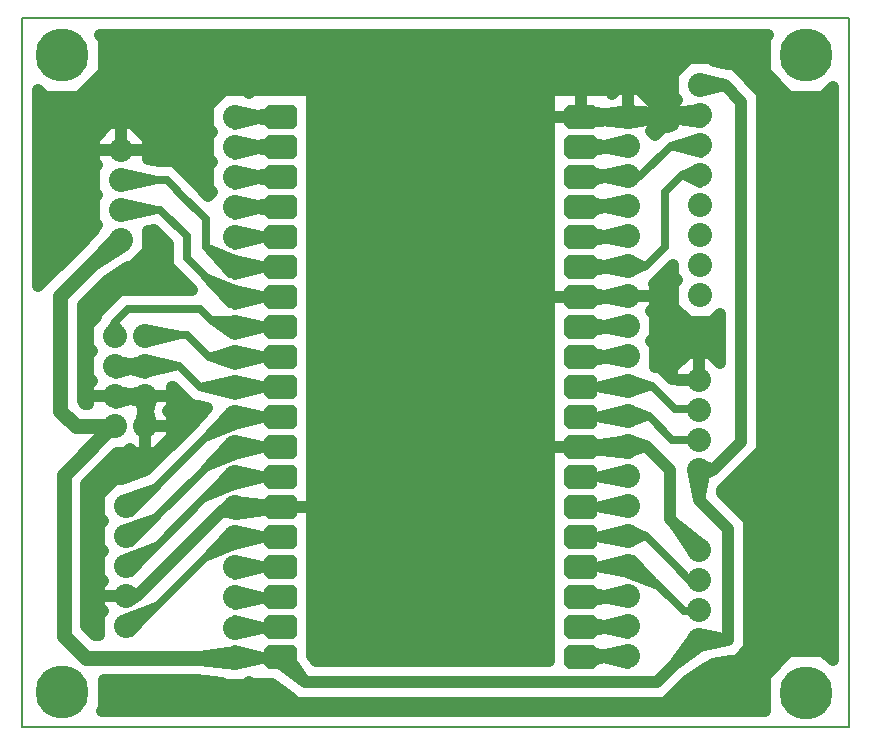
<source format=gbr>
G04 PROTEUS RS274X GERBER FILE*
%FSLAX45Y45*%
%MOMM*%
G01*
%ADD14C,0.635000*%
%ADD15C,1.016000*%
%ADD16C,1.270000*%
%ADD17C,0.762000*%
%AMDIL000*
4,1,8,
-1.397000,0.711200,-1.092200,1.016000,1.092200,1.016000,1.397000,0.711200,1.397000,-0.711200,
1.092200,-1.016000,-1.092200,-1.016000,-1.397000,-0.711200,-1.397000,0.711200,
0*%
%ADD10DIL000*%
%ADD11C,2.032000*%
%ADD12C,4.500000*%
%ADD13C,0.203200*%
G36*
X-1307623Y+1658179D02*
X-1307623Y+1728029D01*
X-1612423Y+1658179D01*
X-1307623Y+1588329D01*
X-1307623Y+1658179D01*
G37*
G36*
X-1307623Y+1404179D02*
X-1307623Y+1474029D01*
X-1612423Y+1404179D01*
X-1307623Y+1334329D01*
X-1307623Y+1404179D01*
G37*
G36*
X-1307623Y-2405821D02*
X-1344563Y-2440692D01*
X-1105372Y-2620072D01*
X-1270683Y-2370950D01*
X-1307623Y-2405821D01*
G37*
G36*
X+1232377Y-2405821D02*
X+1233293Y-2475664D01*
X+1537150Y-2401821D01*
X+1231461Y-2335978D01*
X+1232377Y-2405821D01*
G37*
G36*
X+1232377Y+134179D02*
X+1232377Y+64329D01*
X+1537177Y+134179D01*
X+1232377Y+204029D01*
X+1232377Y+134179D01*
G37*
G36*
X+1232377Y+388179D02*
X+1232377Y+318329D01*
X+1537177Y+388179D01*
X+1232377Y+458029D01*
X+1232377Y+388179D01*
G37*
G36*
X+1232377Y+642179D02*
X+1232377Y+572329D01*
X+1537177Y+642179D01*
X+1232377Y+712029D01*
X+1232377Y+642179D01*
G37*
G36*
X+1232377Y+896179D02*
X+1232377Y+826329D01*
X+1537177Y+896179D01*
X+1232377Y+966029D01*
X+1232377Y+896179D01*
G37*
G36*
X+1232377Y+1150179D02*
X+1232377Y+1080329D01*
X+1537177Y+1150179D01*
X+1232377Y+1220029D01*
X+1232377Y+1150179D01*
G37*
G36*
X+1232377Y+1404179D02*
X+1233522Y+1334339D01*
X+1537135Y+1409179D01*
X+1231232Y+1474019D01*
X+1232377Y+1404179D01*
G37*
G36*
X+1232377Y+1658179D02*
X+1233522Y+1588339D01*
X+1537135Y+1663179D01*
X+1231232Y+1728019D01*
X+1232377Y+1658179D01*
G37*
G36*
X+2232377Y-2261420D02*
X+2196456Y-2225499D01*
X+2016851Y-2476946D01*
X+2268298Y-2297341D01*
X+2232377Y-2261420D01*
G37*
G36*
X+2232377Y-2261420D02*
X+2232377Y-2312220D01*
X+2476500Y-2261420D01*
X+2232377Y-2210620D01*
X+2232377Y-2261420D01*
G37*
G36*
X+2245037Y+1669519D02*
X+2245037Y+1739369D01*
X+2086605Y+1669519D01*
X+2245037Y+1599669D01*
X+2245037Y+1669519D01*
G37*
G36*
X+1632377Y+1663179D02*
X+1632377Y+1733029D01*
X+1327577Y+1663179D01*
X+1632377Y+1593329D01*
X+1632377Y+1663179D01*
G37*
G36*
X+1632377Y+1663179D02*
X+1632377Y+1593329D01*
X+1732849Y+1663179D01*
X+1632377Y+1733029D01*
X+1632377Y+1663179D01*
G37*
G36*
X+1632377Y+1409179D02*
X+1632377Y+1479029D01*
X+1327577Y+1409179D01*
X+1632377Y+1339329D01*
X+1632377Y+1409179D01*
G37*
G36*
X+1632377Y+1155179D02*
X+1631232Y+1225019D01*
X+1327619Y+1150179D01*
X+1633522Y+1085339D01*
X+1632377Y+1155179D01*
G37*
G36*
X+1632377Y+901179D02*
X+1631232Y+971019D01*
X+1327619Y+896179D01*
X+1633522Y+831339D01*
X+1632377Y+901179D01*
G37*
G36*
X+1632377Y+901179D02*
X+1632377Y+831329D01*
X+1784559Y+901179D01*
X+1632377Y+971029D01*
X+1632377Y+901179D01*
G37*
G36*
X+1632377Y+647179D02*
X+1631232Y+717019D01*
X+1327619Y+642179D01*
X+1633522Y+577339D01*
X+1632377Y+647179D01*
G37*
G36*
X+1632377Y+393179D02*
X+1631232Y+463019D01*
X+1327619Y+388179D01*
X+1633522Y+323339D01*
X+1632377Y+393179D01*
G37*
G36*
X+1632377Y+139179D02*
X+1631232Y+209019D01*
X+1327619Y+134179D01*
X+1633522Y+69339D01*
X+1632377Y+139179D01*
G37*
G36*
X+1632377Y-2401821D02*
X+1632377Y-2331971D01*
X+1327577Y-2401821D01*
X+1632377Y-2471671D01*
X+1632377Y-2401821D01*
G37*
G36*
X-1307623Y+2166179D02*
X-1308768Y+2236019D01*
X-1612381Y+2161179D01*
X-1306478Y+2096339D01*
X-1307623Y+2166179D01*
G37*
G36*
X-1307623Y+1912179D02*
X-1308768Y+1982019D01*
X-1612381Y+1907179D01*
X-1306478Y+1842339D01*
X-1307623Y+1912179D01*
G37*
G36*
X+1232377Y+1912179D02*
X+1232377Y+1842329D01*
X+1537177Y+1912179D01*
X+1232377Y+1982029D01*
X+1232377Y+1912179D01*
G37*
G36*
X+1232377Y+2166179D02*
X+1232377Y+2128079D01*
X+1537177Y+2166179D01*
X+1232377Y+2204279D01*
X+1232377Y+2166179D01*
G37*
G36*
X+2245037Y+2431519D02*
X+2245037Y+2380719D01*
X+2452636Y+2431519D01*
X+2245037Y+2482319D01*
X+2245037Y+2431519D01*
G37*
G36*
X+2245037Y+2177519D02*
X+2245037Y+2215619D01*
X+1940237Y+2177519D01*
X+2245037Y+2139419D01*
X+2245037Y+2177519D01*
G37*
G36*
X+2245037Y+1923519D02*
X+2244871Y+1993368D01*
X+1992587Y+1922917D01*
X+2245203Y+1853670D01*
X+2245037Y+1923519D01*
G37*
G36*
X-1697623Y+2161179D02*
X-1697623Y+2091329D01*
X-1392823Y+2161179D01*
X-1697623Y+2231029D01*
X-1697623Y+2161179D01*
G37*
G36*
X-1697623Y+1907179D02*
X-1697623Y+1837329D01*
X-1392823Y+1907179D01*
X-1697623Y+1977029D01*
X-1697623Y+1907179D01*
G37*
G36*
X+1632377Y+2171179D02*
X+1631752Y+2209273D01*
X+1327619Y+2166179D01*
X+1633002Y+2133085D01*
X+1632377Y+2171179D01*
G37*
G36*
X+1632377Y+2171179D02*
X+1633169Y+2133088D01*
X+1937111Y+2177519D01*
X+1631585Y+2209270D01*
X+1632377Y+2171179D01*
G37*
G36*
X+1632377Y+1917179D02*
X+1631232Y+1987019D01*
X+1327619Y+1912179D01*
X+1633522Y+1847339D01*
X+1632377Y+1917179D01*
G37*
G36*
X-2617623Y-2144599D02*
X-2579770Y-2203302D01*
X-2361462Y-1979418D01*
X-2655476Y-2085896D01*
X-2617623Y-2144599D01*
G37*
G36*
X-2617623Y-1890599D02*
X-2617623Y-1941399D01*
X-2522183Y-1890599D01*
X-2617623Y-1839799D01*
X-2617623Y-1890599D01*
G37*
G36*
X-2617623Y-1636599D02*
X-2579643Y-1695220D01*
X-2361818Y-1470867D01*
X-2655603Y-1577978D01*
X-2617623Y-1636599D01*
G37*
G36*
X-2617623Y-1382599D02*
X-2580214Y-1441586D01*
X-2360221Y-1219359D01*
X-2655032Y-1323612D01*
X-2617623Y-1382599D01*
G37*
G36*
X-2617623Y-1128599D02*
X-2580150Y-1187546D01*
X-2360398Y-965080D01*
X-2655096Y-1069652D01*
X-2617623Y-1128599D01*
G37*
G36*
X-2457939Y+55232D02*
X-2457939Y-14618D01*
X-2169261Y+55232D01*
X-2457939Y+125082D01*
X-2457939Y+55232D01*
G37*
G36*
X-2457939Y+309232D02*
X-2456357Y+239400D01*
X-2153218Y+316137D01*
X-2459521Y+379064D01*
X-2457939Y+309232D01*
G37*
G36*
X-1697623Y+383179D02*
X-1677243Y+449989D01*
X-1896510Y+443849D01*
X-1718003Y+316369D01*
X-1697623Y+383179D01*
G37*
G36*
X-1697623Y+383179D02*
X-1696478Y+313339D01*
X-1392865Y+388179D01*
X-1698768Y+453019D01*
X-1697623Y+383179D01*
G37*
G36*
X-1697623Y+129179D02*
X-1697623Y+59329D01*
X-1392823Y+129179D01*
X-1697623Y+199029D01*
X-1697623Y+129179D01*
G37*
G36*
X-1697623Y+129179D02*
X-1697623Y+199029D01*
X-1918225Y+129179D01*
X-1697623Y+59329D01*
X-1697623Y+129179D01*
G37*
G36*
X-1697623Y-124821D02*
X-1697623Y-194671D01*
X-1392823Y-124821D01*
X-1697623Y-54971D01*
X-1697623Y-124821D01*
G37*
G36*
X-1697623Y-124821D02*
X-1697623Y-54971D01*
X-1989208Y-124821D01*
X-1697623Y-194671D01*
X-1697623Y-124821D01*
G37*
G36*
X-1697623Y-378821D02*
X-1737462Y-321447D01*
X-1947984Y-552666D01*
X-1657784Y-436195D01*
X-1697623Y-378821D01*
G37*
G36*
X-1697623Y-378821D02*
X-1697623Y-448671D01*
X-1392823Y-378821D01*
X-1697623Y-308971D01*
X-1697623Y-378821D01*
G37*
G36*
X-1697623Y-632821D02*
X-1737524Y-575490D01*
X-1947797Y-806935D01*
X-1657722Y-690152D01*
X-1697623Y-632821D01*
G37*
G36*
X-1697623Y-632821D02*
X-1697623Y-702671D01*
X-1392823Y-632821D01*
X-1697623Y-562971D01*
X-1697623Y-632821D01*
G37*
G36*
X-1697623Y-886821D02*
X-1736969Y-829108D01*
X-1949465Y-1058514D01*
X-1658277Y-944534D01*
X-1697623Y-886821D01*
G37*
G36*
X-1697623Y-886821D02*
X-1697623Y-956671D01*
X-1392823Y-886821D01*
X-1697623Y-816971D01*
X-1697623Y-886821D01*
G37*
G36*
X-1697623Y-1140821D02*
X-1714302Y-1092838D01*
X-1812249Y-1180665D01*
X-1680944Y-1188804D01*
X-1697623Y-1140821D01*
G37*
G36*
X-1697623Y-1140821D02*
X-1696998Y-1178915D01*
X-1392865Y-1135821D01*
X-1698248Y-1102727D01*
X-1697623Y-1140821D01*
G37*
G36*
X-1697623Y-1394821D02*
X-1737092Y-1337192D01*
X-1949097Y-1567053D01*
X-1658154Y-1452450D01*
X-1697623Y-1394821D01*
G37*
G36*
X-1697623Y-1394821D02*
X-1697623Y-1464671D01*
X-1392823Y-1394821D01*
X-1697623Y-1324971D01*
X-1697623Y-1394821D01*
G37*
G36*
X-1697623Y-1648821D02*
X-1697623Y-1718671D01*
X-1392823Y-1648821D01*
X-1697623Y-1578971D01*
X-1697623Y-1648821D01*
G37*
G36*
X-1697623Y-1902821D02*
X-1699634Y-1972642D01*
X-1392950Y-1911598D01*
X-1695612Y-1833000D01*
X-1697623Y-1902821D01*
G37*
G36*
X-1697623Y-2157821D02*
X-1697623Y-2227671D01*
X-1392823Y-2157821D01*
X-1697623Y-2087971D01*
X-1697623Y-2157821D01*
G37*
G36*
X-1697623Y-2411821D02*
X-1697623Y-2373721D01*
X-2002423Y-2411821D01*
X-1697623Y-2449921D01*
X-1697623Y-2411821D01*
G37*
G36*
X-1697623Y-2411821D02*
X-1697623Y-2481671D01*
X-1392823Y-2411821D01*
X-1697623Y-2341971D01*
X-1697623Y-2411821D01*
G37*
G36*
X-2457939Y-452768D02*
X-2394439Y-452768D01*
X-2457939Y-198768D01*
X-2521439Y-452768D01*
X-2457939Y-452768D01*
G37*
G36*
X-2457939Y-198768D02*
X-2521439Y-198768D01*
X-2457939Y-452768D01*
X-2394439Y-198768D01*
X-2457939Y-198768D01*
G37*
G36*
X-1697623Y+637179D02*
X-1697623Y+567329D01*
X-1392823Y+637179D01*
X-1697623Y+707029D01*
X-1697623Y+637179D01*
G37*
G36*
X-1697623Y+637179D02*
X-1657556Y+694394D01*
X-1947291Y+812018D01*
X-1737690Y+579964D01*
X-1697623Y+637179D01*
G37*
G36*
X-2665377Y+1630821D02*
X-2665377Y+1560971D01*
X-2360577Y+1630821D01*
X-2665377Y+1700671D01*
X-2665377Y+1630821D01*
G37*
G36*
X-2665377Y+1376821D02*
X-2665377Y+1306971D01*
X-2360577Y+1376821D01*
X-2665377Y+1446671D01*
X-2665377Y+1376821D01*
G37*
G36*
X-1697623Y+1653179D02*
X-1696478Y+1583339D01*
X-1392865Y+1658179D01*
X-1698768Y+1723019D01*
X-1697623Y+1653179D01*
G37*
G36*
X-1697623Y+1399179D02*
X-1696478Y+1329339D01*
X-1392865Y+1404179D01*
X-1698768Y+1469019D01*
X-1697623Y+1399179D01*
G37*
G36*
X-1697623Y+1145179D02*
X-1697623Y+1075329D01*
X-1392823Y+1145179D01*
X-1697623Y+1215029D01*
X-1697623Y+1145179D01*
G37*
G36*
X-1697623Y+891179D02*
X-1697623Y+821329D01*
X-1392823Y+891179D01*
X-1697623Y+961029D01*
X-1697623Y+891179D01*
G37*
G36*
X-1697623Y+891179D02*
X-1657923Y+948649D01*
X-1943002Y+1060687D01*
X-1737323Y+833709D01*
X-1697623Y+891179D01*
G37*
G36*
X-2665377Y+1122821D02*
X-2689948Y+1151939D01*
X-2898322Y+926251D01*
X-2640806Y+1093703D01*
X-2665377Y+1122821D01*
G37*
G36*
X-2711939Y+309232D02*
X-2642089Y+309232D01*
X-2711939Y+429698D01*
X-2781789Y+309232D01*
X-2711939Y+309232D01*
G37*
G36*
X-2711939Y+55232D02*
X-2711939Y-8268D01*
X-2457939Y+55232D01*
X-2711939Y+118732D01*
X-2711939Y+55232D01*
G37*
G36*
X-2711939Y-198768D02*
X-2711939Y-262268D01*
X-2457939Y-198768D01*
X-2711939Y-135268D01*
X-2711939Y-198768D01*
G37*
G36*
X-2457939Y-198768D02*
X-2457939Y-135268D01*
X-2711939Y-198768D01*
X-2457939Y-262268D01*
X-2457939Y-198768D01*
G37*
G36*
X-2457939Y+55232D02*
X-2457939Y+118732D01*
X-2711939Y+55232D01*
X-2457939Y-8268D01*
X-2457939Y+55232D01*
G37*
G36*
X+1232377Y-2151821D02*
X+1232377Y-2221671D01*
X+1537177Y-2151821D01*
X+1232377Y-2081971D01*
X+1232377Y-2151821D01*
G37*
G36*
X+1232377Y-1897821D02*
X+1232377Y-1967671D01*
X+1537177Y-1897821D01*
X+1232377Y-1827971D01*
X+1232377Y-1897821D01*
G37*
G36*
X+2232377Y-820222D02*
X+2181577Y-820222D01*
X+2232377Y-1079500D01*
X+2283177Y-820222D01*
X+2232377Y-820222D01*
G37*
G36*
X+2232377Y-820222D02*
X+2232377Y-871021D01*
X+2354778Y-820222D01*
X+2232377Y-769423D01*
X+2232377Y-820222D01*
G37*
G36*
X+2232377Y-1499420D02*
X+2269600Y-1464851D01*
X+2024959Y-1276079D01*
X+2195154Y-1533989D01*
X+2232377Y-1499420D01*
G37*
G36*
X+1632377Y-1892821D02*
X+1631232Y-1822981D01*
X+1327619Y-1897821D01*
X+1633522Y-1962661D01*
X+1632377Y-1892821D01*
G37*
G36*
X+1632377Y-2147821D02*
X+1631461Y-2077978D01*
X+1327604Y-2151821D01*
X+1633293Y-2217664D01*
X+1632377Y-2147821D01*
G37*
G36*
X+1632377Y-114821D02*
X+1631234Y-44981D01*
X+1327618Y-119812D01*
X+1633520Y-184661D01*
X+1632377Y-114821D01*
G37*
G36*
X+1632377Y-114821D02*
X+1632377Y-184671D01*
X+1836799Y-114821D01*
X+1632377Y-44971D01*
X+1632377Y-114821D01*
G37*
G36*
X+1632377Y-368821D02*
X+1631232Y-298981D01*
X+1327619Y-373821D01*
X+1633522Y-438661D01*
X+1632377Y-368821D01*
G37*
G36*
X+1632377Y-368821D02*
X+1632377Y-438671D01*
X+1809857Y-368821D01*
X+1632377Y-298971D01*
X+1632377Y-368821D01*
G37*
G36*
X+1632377Y-622821D02*
X+1632377Y-673621D01*
X+1786510Y-622821D01*
X+1632377Y-572021D01*
X+1632377Y-622821D01*
G37*
G36*
X+1632377Y-622821D02*
X+1631752Y-584727D01*
X+1327619Y-627821D01*
X+1633002Y-660915D01*
X+1632377Y-622821D01*
G37*
G36*
X+1632377Y-876821D02*
X+1631232Y-806981D01*
X+1327619Y-881821D01*
X+1633522Y-946661D01*
X+1632377Y-876821D01*
G37*
G36*
X+1632377Y-1130821D02*
X+1631232Y-1060981D01*
X+1327619Y-1135821D01*
X+1633522Y-1200661D01*
X+1632377Y-1130821D01*
G37*
G36*
X+1632377Y-1384821D02*
X+1631232Y-1314981D01*
X+1327619Y-1389821D01*
X+1633522Y-1454661D01*
X+1632377Y-1384821D01*
G37*
G36*
X+1632377Y-1384821D02*
X+1632377Y-1454671D01*
X+1782341Y-1384821D01*
X+1632377Y-1314971D01*
X+1632377Y-1384821D01*
G37*
G36*
X+1632377Y-1638821D02*
X+1631232Y-1568981D01*
X+1327619Y-1643821D01*
X+1633522Y-1708661D01*
X+1632377Y-1638821D01*
G37*
G36*
X+1632377Y-1638821D02*
X+1593914Y-1697126D01*
X+1886802Y-1806662D01*
X+1670840Y-1580516D01*
X+1632377Y-1638821D01*
G37*
G36*
X+2788001Y+2835803D02*
X+2788001Y+2544197D01*
X+2994197Y+2338001D01*
X+3285803Y+2338001D01*
X+3362840Y+2415038D01*
X+3362840Y-2435038D01*
X+3285803Y-2358001D01*
X+2994197Y-2358001D01*
X+2788001Y-2564197D01*
X+2788001Y-2855803D01*
X+2795038Y-2862840D01*
X-2825038Y-2862840D01*
X-2808001Y-2845803D01*
X-2808001Y-2602320D01*
X-2014275Y-2602320D01*
X-1804146Y-2628587D01*
X-1792312Y-2640420D01*
X-1602934Y-2640420D01*
X-1580121Y-2617607D01*
X-1574322Y-2616279D01*
X-1574322Y-2634420D01*
X-1382586Y-2634420D01*
X-1222156Y-2754733D01*
X-1179017Y-2797871D01*
X+1947370Y-2797871D01*
X+2132167Y-2613074D01*
X+2304444Y-2490019D01*
X+2327066Y-2490019D01*
X+2347138Y-2469947D01*
X+2494802Y-2439219D01*
X+2550145Y-2439219D01*
X+2654299Y-2335065D01*
X+2654299Y-1249978D01*
X+2425066Y-1020746D01*
X+2429786Y-996658D01*
X+2769285Y-657159D01*
X+2769285Y+2366314D01*
X+2526281Y+2609318D01*
X+2474070Y+2609318D01*
X+2363459Y+2636384D01*
X+2339726Y+2660118D01*
X+2150348Y+2660118D01*
X+2016438Y+2526208D01*
X+2016438Y+2336830D01*
X+2048749Y+2304519D01*
X+2016438Y+2272208D01*
X+2016438Y+2094399D01*
X+1970838Y+2081666D01*
X+1926832Y+2081666D01*
X+1859005Y+2013839D01*
X+1828665Y+2044179D01*
X+1860976Y+2076490D01*
X+1860976Y+2265868D01*
X+1727066Y+2399778D01*
X+1537688Y+2399778D01*
X+1499076Y+2361166D01*
X+1499076Y+2394778D01*
X+965678Y+2394778D01*
X+965678Y-2442273D01*
X-1009973Y-2442273D01*
X-1040924Y-2395631D01*
X-1040924Y+2394778D01*
X-1574322Y+2394778D01*
X-1574322Y+2365635D01*
X-1580121Y+2366964D01*
X-1602934Y+2389778D01*
X-1792312Y+2389778D01*
X-1926222Y+2255868D01*
X-1926222Y+2066490D01*
X-1893911Y+2034179D01*
X-1926222Y+2001868D01*
X-1926222Y+1812490D01*
X-1893911Y+1780179D01*
X-1926222Y+1747868D01*
X-1926222Y+1558490D01*
X-1893911Y+1526179D01*
X-1920641Y+1499449D01*
X-2029099Y+1607907D01*
X-2029099Y+1608472D01*
X-2210197Y+1789570D01*
X-2342624Y+1789570D01*
X-2436778Y+1811146D01*
X-2436778Y+1979510D01*
X-2570688Y+2113420D01*
X-2760066Y+2113420D01*
X-2893976Y+1979510D01*
X-2893976Y+1790132D01*
X-2861665Y+1757821D01*
X-2893976Y+1725510D01*
X-2893976Y+1536132D01*
X-2861665Y+1503821D01*
X-2893976Y+1471510D01*
X-2893976Y+1282132D01*
X-2861665Y+1249821D01*
X-2893976Y+1217510D01*
X-2893976Y+1211778D01*
X-3035699Y+1058280D01*
X-3362840Y+731139D01*
X-3362840Y+2395038D01*
X-3305803Y+2338001D01*
X-3014197Y+2338001D01*
X-2808001Y+2544197D01*
X-2808001Y+2835803D01*
X-2835038Y+2862840D01*
X+2815038Y+2862840D01*
X+2788001Y+2835803D01*
G37*
G36*
X+2016438Y+812830D02*
X+2048749Y+780519D01*
X+2016438Y+748208D01*
X+2016438Y+558830D01*
X+2150348Y+424920D01*
X+2339726Y+424920D01*
X+2413687Y+498881D01*
X+2413687Y+83756D01*
X+2327066Y+170377D01*
X+2137688Y+170377D01*
X+2003778Y+36467D01*
X+2003778Y-57297D01*
X+1902554Y+43928D01*
X+1863170Y+43928D01*
X+1860976Y+44677D01*
X+1860976Y+233868D01*
X+1828665Y+266179D01*
X+1860976Y+298490D01*
X+1860976Y+487868D01*
X+1828665Y+520179D01*
X+1860976Y+552490D01*
X+1860976Y+741868D01*
X+1855363Y+747479D01*
X+2016438Y+908554D01*
X+2016438Y+812830D01*
G37*
G36*
X-2265183Y+1089605D02*
X-2265183Y+905406D01*
X-2062401Y+702623D01*
X-2056611Y+696212D01*
X-2669929Y+696212D01*
X-2870688Y+495453D01*
X-2870688Y+473771D01*
X-2940538Y+403921D01*
X-2940538Y+214543D01*
X-2908227Y+182232D01*
X-2940538Y+149921D01*
X-2940538Y-39457D01*
X-2908227Y-71768D01*
X-2940538Y-104079D01*
X-2940538Y-262269D01*
X-2962766Y-262269D01*
X-2983138Y-241897D01*
X-2983138Y+572029D01*
X-2777734Y+777433D01*
X-2598131Y+894222D01*
X-2570688Y+894222D01*
X-2436778Y+1028132D01*
X-2436778Y+1196495D01*
X-2384137Y+1208558D01*
X-2265183Y+1089605D01*
G37*
G36*
X-2101460Y-237073D02*
X-2054963Y-283570D01*
X-2007957Y-283570D01*
X-1933834Y-301327D01*
X-2062865Y-443043D01*
X-2447288Y-827466D01*
X-2651700Y-900000D01*
X-2712312Y-900000D01*
X-2846222Y-1033910D01*
X-2846222Y-1223288D01*
X-2813912Y-1255600D01*
X-2846222Y-1287910D01*
X-2846222Y-1477288D01*
X-2813912Y-1509600D01*
X-2846222Y-1541910D01*
X-2846222Y-1731288D01*
X-2813911Y-1763599D01*
X-2846222Y-1795910D01*
X-2846222Y-1985288D01*
X-2813912Y-2017600D01*
X-2846222Y-2049910D01*
X-2846222Y-2221322D01*
X-2882424Y-2221322D01*
X-2957455Y-2146291D01*
X-2957455Y-943259D01*
X-2695563Y-681367D01*
X-2617250Y-681367D01*
X-2584939Y-649056D01*
X-2552628Y-681367D01*
X-2363250Y-681367D01*
X-2229340Y-547457D01*
X-2229340Y-358079D01*
X-2261651Y-325768D01*
X-2229340Y-293457D01*
X-2229340Y-122635D01*
X-2218517Y-120017D01*
X-2101460Y-237073D01*
G37*
D14*
X-1307623Y+2166179D02*
X-1312623Y+2161179D01*
X-1697623Y+2161179D01*
D15*
X+2232377Y-820222D02*
X+2232377Y-1079500D01*
X+2476500Y-1323623D01*
X+2476500Y-2261420D01*
X+2232377Y-2261420D01*
D14*
X-1307623Y-2405821D02*
X-1313623Y-2411821D01*
X-1697623Y-2411821D01*
D16*
X-2457939Y+55233D02*
X-2457939Y+55232D01*
D17*
X-2457940Y+55232D01*
X-2711939Y+55232D01*
D16*
X-2457939Y+55233D02*
X-2457940Y+55232D01*
X-2457939Y+55232D01*
D14*
X-1697623Y-124821D02*
X-1312632Y-124821D01*
X-1307623Y-119812D01*
X+1232377Y-2405821D02*
X+1236377Y-2401821D01*
X+1632377Y-2401821D01*
X-1307623Y-2151821D02*
X-1313623Y-2157821D01*
X-1697623Y-2157821D01*
X-1697623Y-378821D02*
X-1312623Y-378821D01*
X-1307623Y-373821D01*
X-1307623Y-881821D02*
X-1312623Y-886821D01*
X-1697623Y-886821D01*
X+1632377Y-1638821D02*
X+1627377Y-1643821D01*
X+1232377Y-1643821D01*
X+1632377Y-1638821D02*
X+1718961Y-1638821D01*
X+2101841Y-2021701D01*
X+2218096Y-2021701D01*
X+2232377Y-2007420D01*
X+1632377Y-368821D02*
X+1627377Y-373821D01*
X+1232377Y-373821D01*
X+1632377Y-368821D02*
X+1809857Y-368821D01*
X+2007536Y-566500D01*
X+2232099Y-566500D01*
X+2232377Y-566222D01*
X-1307623Y+1912179D02*
X-1312623Y+1907179D01*
X-1697623Y+1907179D01*
D16*
X+2245037Y+2177519D02*
X+1638717Y+2177519D01*
X+1632377Y+2171179D01*
D17*
X-2711939Y-198768D02*
X-2457939Y-198768D01*
X-2457939Y-452768D02*
X-2457939Y-198768D01*
D15*
X+1632377Y-622821D02*
X+1786510Y-622821D01*
X+1989433Y-825744D01*
X+1989433Y-1240553D01*
X+2232377Y-1483497D01*
X+2232377Y-1499420D01*
D14*
X+1232377Y+642179D02*
X+1627377Y+642179D01*
X+1632377Y+647179D01*
D16*
X+1632377Y+2171179D02*
X+1627377Y+2166179D01*
X+1232377Y+2166179D01*
X+1232377Y-627821D02*
X+1627377Y-627821D01*
X+1632377Y-622821D01*
X-1307623Y-1135821D02*
X-1692623Y-1135821D01*
X-1697623Y-1140821D01*
D14*
X+1232377Y-1135821D02*
X+1627377Y-1135821D01*
X+1632377Y-1130821D01*
X+1232377Y+134179D02*
X+1627377Y+134179D01*
X+1632377Y+139179D01*
X+1232377Y+388179D02*
X+1627377Y+388179D01*
X+1632377Y+393179D01*
X+1232377Y+1912179D02*
X+1529532Y+1912179D01*
X+1627377Y+1912179D01*
X+1632377Y+1917179D01*
X-1307623Y+1150179D02*
X-1312623Y+1145179D01*
X-1697623Y+1145179D01*
X+1232377Y-881821D02*
X+1627377Y-881821D01*
X+1632377Y-876821D01*
X-1697623Y+129179D02*
X-1312623Y+129179D01*
X-1307623Y+134179D01*
X-1697623Y-632821D02*
X-1312623Y-632821D01*
X-1307623Y-627821D01*
X-1697623Y-1394821D02*
X-1312623Y-1394821D01*
X-1307623Y-1389821D01*
X+1232377Y+1150179D02*
X+1627377Y+1150179D01*
X+1632377Y+1155179D01*
X-1697623Y+383179D02*
X-1692623Y+388179D01*
X-1307623Y+388179D01*
X+1632377Y+1663179D02*
X+1237377Y+1663179D01*
X+1232377Y+1658179D01*
X+1232377Y-2151821D02*
X+1628377Y-2151821D01*
X+1632377Y-2147821D01*
X+1232377Y-1897821D02*
X+1627377Y-1897821D01*
X+1632377Y-1892821D01*
X-1307623Y-1643821D02*
X-1312623Y-1648821D01*
X-1697623Y-1648821D01*
X-1307623Y-1897821D02*
X-1321400Y-1911598D01*
X-1688846Y-1911598D01*
X-1697623Y-1902821D01*
X+1632377Y+901179D02*
X+1784559Y+901179D01*
X+1944235Y+1060855D01*
X+1944235Y+1527149D01*
X+2086605Y+1669519D01*
X+2245037Y+1669519D01*
X+1632377Y+901179D02*
X+1627377Y+896179D01*
X+1232377Y+896179D01*
X-1307623Y+1404179D02*
X-1692623Y+1404179D01*
X-1697623Y+1399179D01*
X-1307623Y+1658179D02*
X-1692623Y+1658179D01*
X-1697623Y+1653179D01*
X+1632377Y-1384821D02*
X+1627377Y-1389821D01*
X+1232377Y-1389821D01*
X+1632377Y-1384821D02*
X+1782341Y-1384821D01*
X+2008152Y-1610632D01*
X+2008152Y-1612581D01*
X+2167272Y-1771701D01*
X+2214096Y-1771701D01*
X+2232377Y-1753420D01*
X-1697623Y+637179D02*
X-1312623Y+637179D01*
X-1307623Y+642179D01*
X+1632377Y-114821D02*
X+1627386Y-119812D01*
X+1232377Y-119812D01*
X+1632377Y-114821D02*
X+1836799Y-114821D01*
X+2030564Y-308586D01*
X+2228741Y-308586D01*
X+2232377Y-312222D01*
X+1232377Y+1404179D02*
X+1237377Y+1409179D01*
X+1632377Y+1409179D01*
X-1697623Y+891179D02*
X-1312623Y+891179D01*
X-1307623Y+896179D01*
X-1697623Y-124821D02*
X-1989208Y-124821D01*
X-2169261Y+55232D01*
X-2457939Y+55232D01*
X-1697623Y-378821D02*
X-1774139Y-378821D01*
X-2523917Y-1128599D01*
X-2617623Y-1128599D01*
X-1697623Y-632821D02*
X-1741556Y-676754D01*
X-1817616Y-676754D01*
X-2523461Y-1382599D01*
X-2617623Y-1382599D01*
X-1697623Y-886821D02*
X-1777772Y-886821D01*
X-2527550Y-1636599D01*
X-2617623Y-1636599D01*
D15*
X-1697623Y-1140821D02*
X-1737467Y-1180665D01*
X-1812249Y-1180665D01*
X-2522183Y-1890599D01*
X-2617623Y-1890599D01*
D14*
X-1697623Y-1394821D02*
X-1737694Y-1434892D01*
X-1816936Y-1434892D01*
X-2526643Y-2144599D01*
X-2617623Y-2144599D01*
X+1632377Y+1663179D02*
X+1732849Y+1663179D01*
X+1992587Y+1922917D01*
X+2244435Y+1922917D01*
X+2245037Y+1923519D01*
X-1697623Y+383179D02*
X-1758293Y+443849D01*
X-1896510Y+443849D01*
X-1990124Y+537463D01*
X-2604174Y+537463D01*
X-2711939Y+429698D01*
X-2711939Y+309232D01*
D15*
X+2232377Y-820222D02*
X+2354778Y-820222D01*
X+2591486Y-583514D01*
X+2591486Y+2292669D01*
X+2452636Y+2431519D01*
X+2245037Y+2431519D01*
X+2232377Y-2261420D02*
X+1873725Y-2620072D01*
X-1105372Y-2620072D01*
X-1307623Y-2417821D01*
X-1307623Y-2405821D01*
D14*
X-1697623Y+129179D02*
X-1918225Y+129179D01*
X-2105183Y+316137D01*
X-2208941Y+316137D01*
X-2208941Y+314359D01*
X-2203814Y+309232D01*
X-2457939Y+309232D01*
D16*
X-1697623Y-2411821D02*
X-2961331Y-2411821D01*
X-3147954Y-2225198D01*
X-3147954Y-864352D01*
X-2736370Y-452768D01*
D14*
X-2665377Y+1376821D02*
X-2327895Y+1376821D01*
X-2106434Y+1155360D01*
X-2106434Y+971161D01*
X-1772452Y+637179D01*
X-1697623Y+637179D01*
X-2665377Y+1630821D02*
X-2275952Y+1630821D01*
X-2187848Y+1542717D01*
X-2187848Y+1542152D01*
X-1943002Y+1297306D01*
X-1943002Y+1060687D01*
X-1773494Y+891179D01*
X-1697623Y+891179D01*
D16*
X-2711939Y-452768D02*
X-2736370Y-452768D01*
X-3041673Y-452768D01*
X-3173636Y-320805D01*
X-3173636Y+650937D01*
X-2701752Y+1122821D01*
X-2665377Y+1122821D01*
D14*
X-1307623Y+1658179D02*
X-1307623Y+1728029D01*
X-1612423Y+1658179D01*
X-1307623Y+1588329D01*
X-1307623Y+1658179D01*
X-1307623Y+1404179D02*
X-1307623Y+1474029D01*
X-1612423Y+1404179D01*
X-1307623Y+1334329D01*
X-1307623Y+1404179D01*
D15*
X-1307623Y-2405821D02*
X-1344563Y-2440692D01*
X-1105372Y-2620072D01*
X-1270683Y-2370950D01*
X-1307623Y-2405821D01*
D14*
X+1232377Y-2405821D02*
X+1233293Y-2475664D01*
X+1537150Y-2401821D01*
X+1231461Y-2335978D01*
X+1232377Y-2405821D01*
X+1232377Y+134179D02*
X+1232377Y+64329D01*
X+1537177Y+134179D01*
X+1232377Y+204029D01*
X+1232377Y+134179D01*
X+1232377Y+388179D02*
X+1232377Y+318329D01*
X+1537177Y+388179D01*
X+1232377Y+458029D01*
X+1232377Y+388179D01*
X+1232377Y+642179D02*
X+1232377Y+572329D01*
X+1537177Y+642179D01*
X+1232377Y+712029D01*
X+1232377Y+642179D01*
X+1232377Y+896179D02*
X+1232377Y+826329D01*
X+1537177Y+896179D01*
X+1232377Y+966029D01*
X+1232377Y+896179D01*
X+1232377Y+1150179D02*
X+1232377Y+1080329D01*
X+1537177Y+1150179D01*
X+1232377Y+1220029D01*
X+1232377Y+1150179D01*
X+1232377Y+1404179D02*
X+1233522Y+1334339D01*
X+1537135Y+1409179D01*
X+1231232Y+1474019D01*
X+1232377Y+1404179D01*
X+1232377Y+1658179D02*
X+1233522Y+1588339D01*
X+1537135Y+1663179D01*
X+1231232Y+1728019D01*
X+1232377Y+1658179D01*
D15*
X+2232377Y-2261420D02*
X+2196456Y-2225499D01*
X+2016851Y-2476946D01*
X+2268298Y-2297341D01*
X+2232377Y-2261420D01*
X+2232377Y-2312220D01*
X+2476500Y-2261420D01*
X+2232377Y-2210620D01*
X+2232377Y-2261420D01*
D14*
X+2245037Y+1669519D02*
X+2245037Y+1739369D01*
X+2086605Y+1669519D01*
X+2245037Y+1599669D01*
X+2245037Y+1669519D01*
X+1632377Y+1663179D02*
X+1632377Y+1733029D01*
X+1327577Y+1663179D01*
X+1632377Y+1593329D01*
X+1632377Y+1663179D01*
X+1632377Y+1593329D01*
X+1732849Y+1663179D01*
X+1632377Y+1733029D01*
X+1632377Y+1663179D01*
X+1632377Y+1409179D02*
X+1632377Y+1479029D01*
X+1327577Y+1409179D01*
X+1632377Y+1339329D01*
X+1632377Y+1409179D01*
X+1632377Y+1155179D02*
X+1631232Y+1225019D01*
X+1327619Y+1150179D01*
X+1633522Y+1085339D01*
X+1632377Y+1155179D01*
X+1632377Y+901179D02*
X+1631232Y+971019D01*
X+1327619Y+896179D01*
X+1633522Y+831339D01*
X+1632377Y+901179D01*
X+1632377Y+831329D01*
X+1784559Y+901179D01*
X+1632377Y+971029D01*
X+1632377Y+901179D01*
X+1632377Y+647179D02*
X+1631232Y+717019D01*
X+1327619Y+642179D01*
X+1633522Y+577339D01*
X+1632377Y+647179D01*
X+1632377Y+393179D02*
X+1631232Y+463019D01*
X+1327619Y+388179D01*
X+1633522Y+323339D01*
X+1632377Y+393179D01*
X+1632377Y+139179D02*
X+1631232Y+209019D01*
X+1327619Y+134179D01*
X+1633522Y+69339D01*
X+1632377Y+139179D01*
X+1632377Y-2401821D02*
X+1632377Y-2331971D01*
X+1327577Y-2401821D01*
X+1632377Y-2471671D01*
X+1632377Y-2401821D01*
X-1307623Y+2166179D02*
X-1308768Y+2236019D01*
X-1612381Y+2161179D01*
X-1306478Y+2096339D01*
X-1307623Y+2166179D01*
X-1307623Y+1912179D02*
X-1308768Y+1982019D01*
X-1612381Y+1907179D01*
X-1306478Y+1842339D01*
X-1307623Y+1912179D01*
X+1232377Y+1912179D02*
X+1232377Y+1842329D01*
X+1537177Y+1912179D01*
X+1232377Y+1982029D01*
X+1232377Y+1912179D01*
D16*
X+1232377Y+2166179D02*
X+1232377Y+2128079D01*
X+1537177Y+2166179D01*
X+1232377Y+2204279D01*
X+1232377Y+2166179D01*
D15*
X+2245037Y+2431519D02*
X+2245037Y+2380719D01*
X+2452636Y+2431519D01*
X+2245037Y+2482319D01*
X+2245037Y+2431519D01*
D16*
X+2245037Y+2177519D02*
X+2245037Y+2215619D01*
X+1940237Y+2177519D01*
X+2245037Y+2139419D01*
X+2245037Y+2177519D01*
D14*
X+2245037Y+1923519D02*
X+2244871Y+1993368D01*
X+1992587Y+1922917D01*
X+2245203Y+1853670D01*
X+2245037Y+1923519D01*
X-1697623Y+2161179D02*
X-1697623Y+2091329D01*
X-1392823Y+2161179D01*
X-1697623Y+2231029D01*
X-1697623Y+2161179D01*
X-1697623Y+1907179D02*
X-1697623Y+1837329D01*
X-1392823Y+1907179D01*
X-1697623Y+1977029D01*
X-1697623Y+1907179D01*
D16*
X+1632377Y+2171179D02*
X+1631752Y+2209273D01*
X+1327619Y+2166179D01*
X+1633002Y+2133085D01*
X+1632377Y+2171179D01*
X+1633169Y+2133088D01*
X+1937111Y+2177519D01*
X+1631585Y+2209270D01*
X+1632377Y+2171179D01*
D14*
X+1632377Y+1917179D02*
X+1631232Y+1987019D01*
X+1327619Y+1912179D01*
X+1633522Y+1847339D01*
X+1632377Y+1917179D01*
X-2617623Y-2144599D02*
X-2579770Y-2203302D01*
X-2361462Y-1979418D01*
X-2655476Y-2085896D01*
X-2617623Y-2144599D01*
D15*
X-2617623Y-1890599D02*
X-2617623Y-1941399D01*
X-2522183Y-1890599D01*
X-2617623Y-1839799D01*
X-2617623Y-1890599D01*
D14*
X-2617623Y-1636599D02*
X-2579643Y-1695220D01*
X-2361818Y-1470867D01*
X-2655603Y-1577978D01*
X-2617623Y-1636599D01*
X-2617623Y-1382599D02*
X-2580214Y-1441586D01*
X-2360221Y-1219359D01*
X-2655032Y-1323612D01*
X-2617623Y-1382599D01*
X-2617623Y-1128599D02*
X-2580150Y-1187546D01*
X-2360398Y-965080D01*
X-2655096Y-1069652D01*
X-2617623Y-1128599D01*
X-2457939Y+55232D02*
X-2457939Y-14618D01*
X-2169261Y+55232D01*
X-2457939Y+125082D01*
X-2457939Y+55232D01*
X-2457939Y+309232D02*
X-2456357Y+239400D01*
X-2153218Y+316137D01*
X-2459521Y+379064D01*
X-2457939Y+309232D01*
X-1697623Y+383179D02*
X-1677243Y+449989D01*
X-1896510Y+443849D01*
X-1718003Y+316369D01*
X-1697623Y+383179D01*
X-1696478Y+313339D01*
X-1392865Y+388179D01*
X-1698768Y+453019D01*
X-1697623Y+383179D01*
X-1697623Y+129179D02*
X-1697623Y+59329D01*
X-1392823Y+129179D01*
X-1697623Y+199029D01*
X-1697623Y+129179D01*
X-1697623Y+199029D01*
X-1918225Y+129179D01*
X-1697623Y+59329D01*
X-1697623Y+129179D01*
X-1697623Y-124821D02*
X-1697623Y-194671D01*
X-1392823Y-124821D01*
X-1697623Y-54971D01*
X-1697623Y-124821D01*
X-1697623Y-54971D01*
X-1989208Y-124821D01*
X-1697623Y-194671D01*
X-1697623Y-124821D01*
X-1697623Y-378821D02*
X-1737462Y-321447D01*
X-1947984Y-552666D01*
X-1657784Y-436195D01*
X-1697623Y-378821D01*
X-1697623Y-448671D01*
X-1392823Y-378821D01*
X-1697623Y-308971D01*
X-1697623Y-378821D01*
X-1697623Y-632821D02*
X-1737524Y-575490D01*
X-1947797Y-806935D01*
X-1657722Y-690152D01*
X-1697623Y-632821D01*
X-1697623Y-702671D01*
X-1392823Y-632821D01*
X-1697623Y-562971D01*
X-1697623Y-632821D01*
X-1697623Y-886821D02*
X-1736969Y-829108D01*
X-1949465Y-1058514D01*
X-1658277Y-944534D01*
X-1697623Y-886821D01*
X-1697623Y-956671D01*
X-1392823Y-886821D01*
X-1697623Y-816971D01*
X-1697623Y-886821D01*
D15*
X-1697623Y-1140821D02*
X-1714302Y-1092838D01*
X-1812249Y-1180665D01*
X-1680944Y-1188804D01*
X-1697623Y-1140821D01*
D16*
X-1696998Y-1178915D01*
X-1392865Y-1135821D01*
X-1698248Y-1102727D01*
X-1697623Y-1140821D01*
D14*
X-1697623Y-1394821D02*
X-1737092Y-1337192D01*
X-1949097Y-1567053D01*
X-1658154Y-1452450D01*
X-1697623Y-1394821D01*
X-1697623Y-1464671D01*
X-1392823Y-1394821D01*
X-1697623Y-1324971D01*
X-1697623Y-1394821D01*
X-1697623Y-1648821D02*
X-1697623Y-1718671D01*
X-1392823Y-1648821D01*
X-1697623Y-1578971D01*
X-1697623Y-1648821D01*
X-1697623Y-1902821D02*
X-1699634Y-1972642D01*
X-1392950Y-1911598D01*
X-1695612Y-1833000D01*
X-1697623Y-1902821D01*
X-1697623Y-2157821D02*
X-1697623Y-2227671D01*
X-1392823Y-2157821D01*
X-1697623Y-2087971D01*
X-1697623Y-2157821D01*
D16*
X-1697623Y-2411821D02*
X-1697623Y-2373721D01*
X-2002423Y-2411821D01*
X-1697623Y-2449921D01*
X-1697623Y-2411821D01*
D14*
X-1697623Y-2481671D01*
X-1392823Y-2411821D01*
X-1697623Y-2341971D01*
X-1697623Y-2411821D01*
D17*
X-2457939Y-452768D02*
X-2394439Y-452768D01*
X-2457939Y-198768D01*
X-2521439Y-452768D01*
X-2457939Y-452768D01*
X-2457939Y-198768D02*
X-2521439Y-198768D01*
X-2457939Y-452768D01*
X-2394439Y-198768D01*
X-2457939Y-198768D01*
D14*
X-1697623Y+637179D02*
X-1697623Y+567329D01*
X-1392823Y+637179D01*
X-1697623Y+707029D01*
X-1697623Y+637179D01*
X-1657556Y+694394D01*
X-1947291Y+812018D01*
X-1737690Y+579964D01*
X-1697623Y+637179D01*
X-2665377Y+1630821D02*
X-2665377Y+1560971D01*
X-2360577Y+1630821D01*
X-2665377Y+1700671D01*
X-2665377Y+1630821D01*
X-2665377Y+1376821D02*
X-2665377Y+1306971D01*
X-2360577Y+1376821D01*
X-2665377Y+1446671D01*
X-2665377Y+1376821D01*
X-1697623Y+1653179D02*
X-1696478Y+1583339D01*
X-1392865Y+1658179D01*
X-1698768Y+1723019D01*
X-1697623Y+1653179D01*
X-1697623Y+1399179D02*
X-1696478Y+1329339D01*
X-1392865Y+1404179D01*
X-1698768Y+1469019D01*
X-1697623Y+1399179D01*
X-1697623Y+1145179D02*
X-1697623Y+1075329D01*
X-1392823Y+1145179D01*
X-1697623Y+1215029D01*
X-1697623Y+1145179D01*
X-1697623Y+891179D02*
X-1697623Y+821329D01*
X-1392823Y+891179D01*
X-1697623Y+961029D01*
X-1697623Y+891179D01*
X-1657923Y+948649D01*
X-1943002Y+1060687D01*
X-1737323Y+833709D01*
X-1697623Y+891179D01*
D16*
X-2665377Y+1122821D02*
X-2689948Y+1151939D01*
X-2898322Y+926251D01*
X-2640806Y+1093703D01*
X-2665377Y+1122821D01*
D14*
X-2711939Y+309232D02*
X-2642089Y+309232D01*
X-2711939Y+429698D01*
X-2781789Y+309232D01*
X-2711939Y+309232D01*
D17*
X-2711939Y+55232D02*
X-2711939Y-8268D01*
X-2457939Y+55232D01*
X-2711939Y+118732D01*
X-2711939Y+55232D01*
X-2711939Y-198768D02*
X-2711939Y-262268D01*
X-2457939Y-198768D01*
X-2711939Y-135268D01*
X-2711939Y-198768D01*
X-2457939Y-198768D02*
X-2457939Y-135268D01*
X-2711939Y-198768D01*
X-2457939Y-262268D01*
X-2457939Y-198768D01*
X-2457939Y+55232D02*
X-2457939Y+118732D01*
X-2711939Y+55232D01*
X-2457939Y-8268D01*
X-2457939Y+55232D01*
D14*
X+1232377Y-2151821D02*
X+1232377Y-2221671D01*
X+1537177Y-2151821D01*
X+1232377Y-2081971D01*
X+1232377Y-2151821D01*
X+1232377Y-1897821D02*
X+1232377Y-1967671D01*
X+1537177Y-1897821D01*
X+1232377Y-1827971D01*
X+1232377Y-1897821D01*
D15*
X+2232377Y-820222D02*
X+2181577Y-820222D01*
X+2232377Y-1079500D01*
X+2283177Y-820222D01*
X+2232377Y-820222D01*
X+2232377Y-871021D01*
X+2354778Y-820222D01*
X+2232377Y-769423D01*
X+2232377Y-820222D01*
X+2232377Y-1499420D02*
X+2269600Y-1464851D01*
X+2024959Y-1276079D01*
X+2195154Y-1533989D01*
X+2232377Y-1499420D01*
D14*
X+1632377Y-1892821D02*
X+1631232Y-1822981D01*
X+1327619Y-1897821D01*
X+1633522Y-1962661D01*
X+1632377Y-1892821D01*
X+1632377Y-2147821D02*
X+1631461Y-2077978D01*
X+1327604Y-2151821D01*
X+1633293Y-2217664D01*
X+1632377Y-2147821D01*
X+1632377Y-114821D02*
X+1631234Y-44981D01*
X+1327618Y-119812D01*
X+1633520Y-184661D01*
X+1632377Y-114821D01*
X+1632377Y-184671D01*
X+1836799Y-114821D01*
X+1632377Y-44971D01*
X+1632377Y-114821D01*
X+1632377Y-368821D02*
X+1631232Y-298981D01*
X+1327619Y-373821D01*
X+1633522Y-438661D01*
X+1632377Y-368821D01*
X+1632377Y-438671D01*
X+1809857Y-368821D01*
X+1632377Y-298971D01*
X+1632377Y-368821D01*
D15*
X+1632377Y-622821D02*
X+1632377Y-673621D01*
X+1786510Y-622821D01*
X+1632377Y-572021D01*
X+1632377Y-622821D01*
D16*
X+1631752Y-584727D01*
X+1327619Y-627821D01*
X+1633002Y-660915D01*
X+1632377Y-622821D01*
D14*
X+1632377Y-876821D02*
X+1631232Y-806981D01*
X+1327619Y-881821D01*
X+1633522Y-946661D01*
X+1632377Y-876821D01*
X+1632377Y-1130821D02*
X+1631232Y-1060981D01*
X+1327619Y-1135821D01*
X+1633522Y-1200661D01*
X+1632377Y-1130821D01*
X+1632377Y-1384821D02*
X+1631232Y-1314981D01*
X+1327619Y-1389821D01*
X+1633522Y-1454661D01*
X+1632377Y-1384821D01*
X+1632377Y-1454671D01*
X+1782341Y-1384821D01*
X+1632377Y-1314971D01*
X+1632377Y-1384821D01*
X+1632377Y-1638821D02*
X+1631232Y-1568981D01*
X+1327619Y-1643821D01*
X+1633522Y-1708661D01*
X+1632377Y-1638821D01*
X+1593914Y-1697126D01*
X+1886802Y-1806662D01*
X+1670840Y-1580516D01*
X+1632377Y-1638821D01*
D15*
X+2788001Y+2835803D02*
X+2788001Y+2544197D01*
X+2994197Y+2338001D01*
X+3285803Y+2338001D01*
X+3362840Y+2415038D01*
X+3362840Y-2435038D01*
X+3285803Y-2358001D01*
X+2994197Y-2358001D01*
X+2788001Y-2564197D01*
X+2788001Y-2855803D01*
X+2795038Y-2862840D01*
X-2825038Y-2862840D01*
X-2808001Y-2845803D01*
X-2808001Y-2602320D01*
X-2014275Y-2602320D01*
X-1804146Y-2628587D01*
X-1792312Y-2640420D01*
X-1602934Y-2640420D01*
X-1580121Y-2617607D01*
X-1574322Y-2616279D01*
X-1574322Y-2634420D01*
X-1382586Y-2634420D01*
X-1222156Y-2754733D01*
X-1179017Y-2797871D01*
X+1947370Y-2797871D01*
X+2132167Y-2613074D01*
X+2304444Y-2490019D01*
X+2327066Y-2490019D01*
X+2347138Y-2469947D01*
X+2494802Y-2439219D01*
X+2550145Y-2439219D01*
X+2654299Y-2335065D01*
X+2654299Y-1249978D01*
X+2425066Y-1020746D01*
X+2429786Y-996658D01*
X+2769285Y-657159D01*
X+2769285Y+2366314D01*
X+2526281Y+2609318D01*
X+2474070Y+2609318D01*
X+2363459Y+2636384D01*
X+2339726Y+2660118D01*
X+2150348Y+2660118D01*
X+2016438Y+2526208D01*
X+2016438Y+2336830D01*
X+2048749Y+2304519D01*
X+2016438Y+2272208D01*
X+2016438Y+2094399D01*
X+1970838Y+2081666D01*
X+1926832Y+2081666D01*
X+1859005Y+2013839D01*
X+1828665Y+2044179D01*
X+1860976Y+2076490D01*
X+1860976Y+2265868D01*
X+1727066Y+2399778D01*
X+1537688Y+2399778D01*
X+1499076Y+2361166D01*
X+1499076Y+2394778D01*
X+965678Y+2394778D01*
X+965678Y-2442273D01*
X-1009973Y-2442273D01*
X-1040924Y-2395631D01*
X-1040924Y+2394778D01*
X-1574322Y+2394778D01*
X-1574322Y+2365635D01*
X-1580121Y+2366964D01*
X-1602934Y+2389778D01*
X-1792312Y+2389778D01*
X-1926222Y+2255868D01*
X-1926222Y+2066490D01*
X-1893911Y+2034179D01*
X-1926222Y+2001868D01*
X-1926222Y+1812490D01*
X-1893911Y+1780179D01*
X-1926222Y+1747868D01*
X-1926222Y+1558490D01*
X-1893911Y+1526179D01*
X-1920641Y+1499449D01*
X-2029099Y+1607907D01*
X-2029099Y+1608472D01*
X-2210197Y+1789570D01*
X-2342624Y+1789570D01*
X-2436778Y+1811146D01*
X-2436778Y+1979510D01*
X-2570688Y+2113420D01*
X-2760066Y+2113420D01*
X-2893976Y+1979510D01*
X-2893976Y+1790132D01*
X-2861665Y+1757821D01*
X-2893976Y+1725510D01*
X-2893976Y+1536132D01*
X-2861665Y+1503821D01*
X-2893976Y+1471510D01*
X-2893976Y+1282132D01*
X-2861665Y+1249821D01*
X-2893976Y+1217510D01*
X-2893976Y+1211778D01*
X-3035699Y+1058280D01*
X-3362840Y+731139D01*
X-3362840Y+2395038D01*
X-3305803Y+2338001D01*
X-3014197Y+2338001D01*
X-2808001Y+2544197D01*
X-2808001Y+2835803D01*
X-2835038Y+2862840D01*
X+2815038Y+2862840D01*
X+2788001Y+2835803D01*
X+2016438Y+812830D02*
X+2048749Y+780519D01*
X+2016438Y+748208D01*
X+2016438Y+558830D01*
X+2150348Y+424920D01*
X+2339726Y+424920D01*
X+2413687Y+498881D01*
X+2413687Y+83756D01*
X+2327066Y+170377D01*
X+2137688Y+170377D01*
X+2003778Y+36467D01*
X+2003778Y-57297D01*
X+1902554Y+43928D01*
X+1863170Y+43928D01*
X+1860976Y+44677D01*
X+1860976Y+233868D01*
X+1828665Y+266179D01*
X+1860976Y+298490D01*
X+1860976Y+487868D01*
X+1828665Y+520179D01*
X+1860976Y+552490D01*
X+1860976Y+741868D01*
X+1855363Y+747479D01*
X+2016438Y+908554D01*
X+2016438Y+812830D01*
X-2265183Y+1089605D02*
X-2265183Y+905406D01*
X-2062401Y+702623D01*
X-2056611Y+696212D01*
X-2669929Y+696212D01*
X-2870688Y+495453D01*
X-2870688Y+473771D01*
X-2940538Y+403921D01*
X-2940538Y+214543D01*
X-2908227Y+182232D01*
X-2940538Y+149921D01*
X-2940538Y-39457D01*
X-2908227Y-71768D01*
X-2940538Y-104079D01*
X-2940538Y-262269D01*
X-2962766Y-262269D01*
X-2983138Y-241897D01*
X-2983138Y+572029D01*
X-2777734Y+777433D01*
X-2598131Y+894222D01*
X-2570688Y+894222D01*
X-2436778Y+1028132D01*
X-2436778Y+1196495D01*
X-2384137Y+1208558D01*
X-2265183Y+1089605D01*
X-2101460Y-237073D02*
X-2054963Y-283570D01*
X-2007957Y-283570D01*
X-1933834Y-301327D01*
X-2062865Y-443043D01*
X-2447288Y-827466D01*
X-2651700Y-900000D01*
X-2712312Y-900000D01*
X-2846222Y-1033910D01*
X-2846222Y-1223288D01*
X-2813912Y-1255600D01*
X-2846222Y-1287910D01*
X-2846222Y-1477288D01*
X-2813912Y-1509600D01*
X-2846222Y-1541910D01*
X-2846222Y-1731288D01*
X-2813911Y-1763599D01*
X-2846222Y-1795910D01*
X-2846222Y-1985288D01*
X-2813912Y-2017600D01*
X-2846222Y-2049910D01*
X-2846222Y-2221322D01*
X-2882424Y-2221322D01*
X-2957455Y-2146291D01*
X-2957455Y-943259D01*
X-2695563Y-681367D01*
X-2617250Y-681367D01*
X-2584939Y-649056D01*
X-2552628Y-681367D01*
X-2363250Y-681367D01*
X-2229340Y-547457D01*
X-2229340Y-358079D01*
X-2261651Y-325768D01*
X-2229340Y-293457D01*
X-2229340Y-122635D01*
X-2218517Y-120017D01*
X-2101460Y-237073D01*
X-1091724Y-1135821D02*
X-1307623Y-1135821D01*
X+1016478Y-627821D02*
X+1232377Y-627821D01*
X+1016478Y+642179D02*
X+1232377Y+642179D01*
X+1016478Y+2166179D02*
X+1232377Y+2166179D01*
X+1232377Y+2343978D02*
X+1232377Y+2166179D01*
X-2795422Y-1890599D02*
X-2617623Y-1890599D01*
X-2843176Y+1884821D02*
X-2665377Y+1884821D01*
X-2487578Y+1884821D02*
X-2665377Y+1884821D01*
X-2665377Y+2062620D02*
X-2665377Y+1884821D01*
X+2054578Y-58222D02*
X+2232377Y-58222D01*
X+2232377Y+119577D02*
X+2232377Y-58222D01*
X-2889738Y-198768D02*
X-2711939Y-198768D01*
X-2280140Y-452768D02*
X-2457939Y-452768D01*
X-2457939Y-630567D02*
X-2457939Y-452768D01*
X-2280140Y-198768D02*
X-2457939Y-198768D01*
X+2067238Y+2177519D02*
X+2245037Y+2177519D01*
X+1810176Y+2171179D02*
X+1632377Y+2171179D01*
X+1632377Y+2348978D02*
X+1632377Y+2171179D01*
X+1810176Y+647179D02*
X+1632377Y+647179D01*
D10*
X-1307623Y+2166179D03*
X-1307623Y+1912179D03*
X-1307623Y+1658179D03*
X-1307623Y+1404179D03*
X-1307623Y+1150179D03*
X-1307623Y+896179D03*
X-1307623Y+642179D03*
X-1307623Y+388179D03*
X-1307623Y+134179D03*
X-1307623Y-119812D03*
X-1307623Y-373821D03*
X-1307623Y-627821D03*
X-1307623Y-881821D03*
X-1307623Y-1135821D03*
X-1307623Y-1389821D03*
X-1307623Y-1643821D03*
X-1307623Y-1897821D03*
X-1307623Y-2151821D03*
X-1307623Y-2405821D03*
X+1232377Y-2405821D03*
X+1232377Y-2151821D03*
X+1232377Y-1897821D03*
X+1232377Y-1643821D03*
X+1232377Y-1389821D03*
X+1232377Y-1135821D03*
X+1232377Y-881821D03*
X+1232377Y-627821D03*
X+1232377Y-373821D03*
X+1232377Y-119812D03*
X+1232377Y+134179D03*
X+1232377Y+388179D03*
X+1232377Y+642179D03*
X+1232377Y+896179D03*
X+1232377Y+1150179D03*
X+1232377Y+1404179D03*
X+1232377Y+1658179D03*
X+1232377Y+1912179D03*
X+1232377Y+2166179D03*
D11*
X-2617623Y-2144599D03*
X-2617623Y-1890599D03*
X-2617623Y-1636599D03*
X-2617623Y-1382599D03*
X-2617623Y-1128599D03*
X-2665377Y+1884821D03*
X-2665377Y+1630821D03*
X-2665377Y+1376821D03*
X-2665377Y+1122821D03*
X+2232377Y-58222D03*
X+2232377Y-312222D03*
X+2232377Y-566222D03*
X+2232377Y-820222D03*
X+2232377Y-1499420D03*
X+2232377Y-1753420D03*
X+2232377Y-2007420D03*
X+2232377Y-2261420D03*
X-2711939Y+309232D03*
X-2711939Y+55232D03*
X-2711939Y-198768D03*
X-2711939Y-452768D03*
X-2457939Y-452768D03*
X-2457939Y-198768D03*
X-2457939Y+55232D03*
X-2457939Y+309232D03*
X+2245037Y+2431519D03*
X+2245037Y+2177519D03*
X+2245037Y+1923519D03*
X+2245037Y+1669519D03*
X+2245037Y+1415519D03*
X+2245037Y+1161519D03*
X+2245037Y+907519D03*
X+2245037Y+653519D03*
X-1697623Y+2161179D03*
X-1697623Y+1907179D03*
X-1697623Y+1653179D03*
X-1697623Y+1399179D03*
X-1697623Y+1145179D03*
X-1697623Y+891179D03*
X-1697623Y+637179D03*
X-1697623Y+383179D03*
X-1697623Y+129179D03*
X-1697623Y-124821D03*
X-1697623Y-378821D03*
X-1697623Y-632821D03*
X-1697623Y-886821D03*
X-1697623Y-1140821D03*
X-1697623Y-1394821D03*
X-1697623Y-1648821D03*
X-1697623Y-1902821D03*
X-1697623Y-2157821D03*
X-1697623Y-2411821D03*
X+1632377Y+2171179D03*
X+1632377Y+1917179D03*
X+1632377Y+1663179D03*
X+1632377Y+1409179D03*
X+1632377Y+1155179D03*
X+1632377Y+901179D03*
X+1632377Y+647179D03*
X+1632377Y+393179D03*
X+1632377Y+139179D03*
X+1632377Y-114821D03*
X+1632377Y-368821D03*
X+1632377Y-622821D03*
X+1632377Y-876821D03*
X+1632377Y-1130821D03*
X+1632377Y-1384821D03*
X+1632377Y-1638821D03*
X+1632377Y-1892821D03*
X+1632377Y-2147821D03*
X+1632377Y-2401821D03*
D12*
X-3160000Y+2690000D03*
X+3140000Y+2690000D03*
X-3160000Y-2700000D03*
X+3140000Y-2710000D03*
D13*
X-3500000Y-3000000D02*
X+3500000Y-3000000D01*
X+3500000Y+3000000D01*
X-3500000Y+3000000D01*
X-3500000Y-3000000D01*
M02*

</source>
